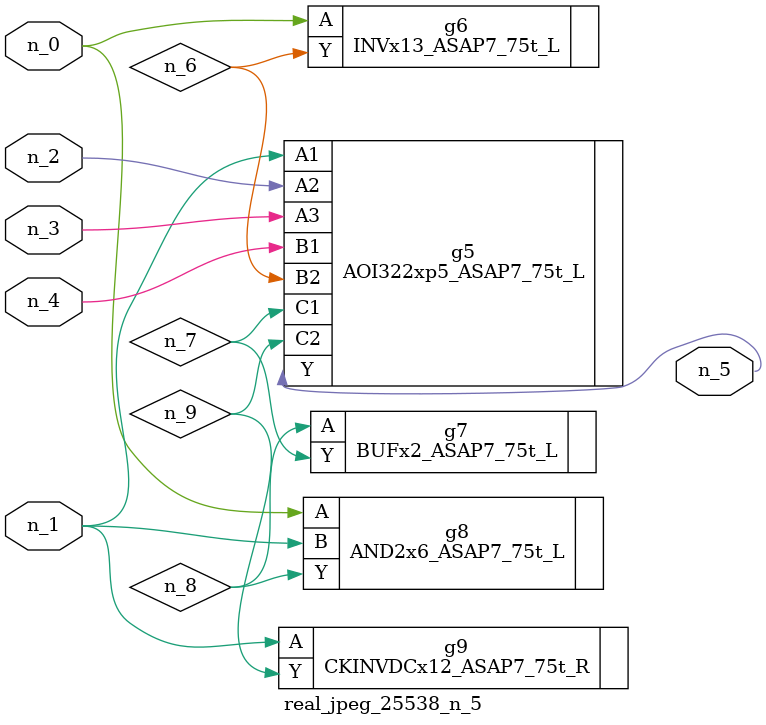
<source format=v>
module real_jpeg_25538_n_5 (n_4, n_0, n_1, n_2, n_3, n_5);

input n_4;
input n_0;
input n_1;
input n_2;
input n_3;

output n_5;

wire n_8;
wire n_6;
wire n_7;
wire n_9;

INVx13_ASAP7_75t_L g6 ( 
.A(n_0),
.Y(n_6)
);

AND2x6_ASAP7_75t_L g8 ( 
.A(n_0),
.B(n_1),
.Y(n_8)
);

AOI322xp5_ASAP7_75t_L g5 ( 
.A1(n_1),
.A2(n_2),
.A3(n_3),
.B1(n_4),
.B2(n_6),
.C1(n_7),
.C2(n_9),
.Y(n_5)
);

CKINVDCx12_ASAP7_75t_R g9 ( 
.A(n_1),
.Y(n_9)
);

BUFx2_ASAP7_75t_L g7 ( 
.A(n_8),
.Y(n_7)
);


endmodule
</source>
